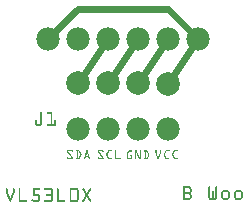
<source format=gtl>
G04 MADE WITH FRITZING*
G04 WWW.FRITZING.ORG*
G04 DOUBLE SIDED*
G04 HOLES PLATED*
G04 CONTOUR ON CENTER OF CONTOUR VECTOR*
%ASAXBY*%
%FSLAX23Y23*%
%MOIN*%
%OFA0B0*%
%SFA1.0B1.0*%
%ADD10C,0.078000*%
%ADD11C,0.078740*%
%ADD12C,0.024000*%
%ADD13R,0.001000X0.001000*%
%LNCOPPER1*%
G90*
G70*
G54D10*
X301Y297D03*
X401Y297D03*
X501Y297D03*
X601Y297D03*
G54D11*
X601Y447D03*
X501Y448D03*
X401Y448D03*
X301Y448D03*
G54D10*
X201Y597D03*
X301Y597D03*
X401Y597D03*
X501Y597D03*
X601Y597D03*
X701Y597D03*
X201Y597D03*
X301Y597D03*
X401Y597D03*
X501Y597D03*
X601Y597D03*
X701Y597D03*
G54D12*
X223Y618D02*
X302Y697D01*
D02*
X302Y697D02*
X601Y697D01*
D02*
X601Y697D02*
X680Y618D01*
D02*
X685Y572D02*
X619Y473D01*
D02*
X585Y572D02*
X519Y473D01*
D02*
X485Y572D02*
X419Y473D01*
D02*
X385Y572D02*
X319Y473D01*
G54D13*
X178Y352D02*
X180Y352D01*
X200Y352D02*
X215Y352D01*
X177Y351D02*
X181Y351D01*
X199Y351D02*
X216Y351D01*
X177Y350D02*
X182Y350D01*
X199Y350D02*
X216Y350D01*
X177Y349D02*
X182Y349D01*
X199Y349D02*
X216Y349D01*
X177Y348D02*
X182Y348D01*
X199Y348D02*
X216Y348D01*
X177Y347D02*
X182Y347D01*
X200Y347D02*
X216Y347D01*
X177Y346D02*
X182Y346D01*
X211Y346D02*
X216Y346D01*
X177Y345D02*
X182Y345D01*
X211Y345D02*
X216Y345D01*
X177Y344D02*
X182Y344D01*
X211Y344D02*
X216Y344D01*
X177Y343D02*
X182Y343D01*
X211Y343D02*
X216Y343D01*
X177Y342D02*
X182Y342D01*
X211Y342D02*
X216Y342D01*
X177Y341D02*
X182Y341D01*
X211Y341D02*
X216Y341D01*
X177Y340D02*
X182Y340D01*
X211Y340D02*
X216Y340D01*
X177Y339D02*
X182Y339D01*
X211Y339D02*
X216Y339D01*
X177Y338D02*
X182Y338D01*
X211Y338D02*
X216Y338D01*
X177Y337D02*
X182Y337D01*
X211Y337D02*
X216Y337D01*
X177Y336D02*
X182Y336D01*
X211Y336D02*
X216Y336D01*
X177Y335D02*
X182Y335D01*
X211Y335D02*
X216Y335D01*
X177Y334D02*
X182Y334D01*
X211Y334D02*
X216Y334D01*
X177Y333D02*
X182Y333D01*
X211Y333D02*
X216Y333D01*
X177Y332D02*
X182Y332D01*
X211Y332D02*
X216Y332D01*
X177Y331D02*
X182Y331D01*
X211Y331D02*
X216Y331D01*
X177Y330D02*
X182Y330D01*
X211Y330D02*
X216Y330D01*
X177Y329D02*
X182Y329D01*
X211Y329D02*
X216Y329D01*
X177Y328D02*
X182Y328D01*
X211Y328D02*
X216Y328D01*
X161Y327D02*
X163Y327D01*
X177Y327D02*
X182Y327D01*
X211Y327D02*
X216Y327D01*
X224Y327D02*
X226Y327D01*
X160Y326D02*
X164Y326D01*
X177Y326D02*
X182Y326D01*
X211Y326D02*
X216Y326D01*
X223Y326D02*
X227Y326D01*
X159Y325D02*
X164Y325D01*
X177Y325D02*
X182Y325D01*
X211Y325D02*
X216Y325D01*
X222Y325D02*
X227Y325D01*
X159Y324D02*
X164Y324D01*
X177Y324D02*
X182Y324D01*
X211Y324D02*
X216Y324D01*
X222Y324D02*
X227Y324D01*
X159Y323D02*
X164Y323D01*
X177Y323D02*
X182Y323D01*
X211Y323D02*
X216Y323D01*
X222Y323D02*
X227Y323D01*
X159Y322D02*
X164Y322D01*
X177Y322D02*
X182Y322D01*
X211Y322D02*
X216Y322D01*
X222Y322D02*
X227Y322D01*
X159Y321D02*
X164Y321D01*
X177Y321D02*
X182Y321D01*
X211Y321D02*
X216Y321D01*
X222Y321D02*
X227Y321D01*
X159Y320D02*
X164Y320D01*
X177Y320D02*
X182Y320D01*
X211Y320D02*
X216Y320D01*
X222Y320D02*
X227Y320D01*
X159Y319D02*
X164Y319D01*
X177Y319D02*
X182Y319D01*
X211Y319D02*
X216Y319D01*
X222Y319D02*
X227Y319D01*
X159Y318D02*
X164Y318D01*
X177Y318D02*
X182Y318D01*
X211Y318D02*
X216Y318D01*
X222Y318D02*
X227Y318D01*
X159Y317D02*
X164Y317D01*
X177Y317D02*
X182Y317D01*
X211Y317D02*
X216Y317D01*
X222Y317D02*
X227Y317D01*
X159Y316D02*
X164Y316D01*
X177Y316D02*
X182Y316D01*
X211Y316D02*
X216Y316D01*
X222Y316D02*
X227Y316D01*
X159Y315D02*
X164Y315D01*
X177Y315D02*
X182Y315D01*
X211Y315D02*
X216Y315D01*
X222Y315D02*
X227Y315D01*
X159Y314D02*
X165Y314D01*
X176Y314D02*
X182Y314D01*
X211Y314D02*
X216Y314D01*
X222Y314D02*
X227Y314D01*
X160Y313D02*
X165Y313D01*
X176Y313D02*
X181Y313D01*
X211Y313D02*
X216Y313D01*
X222Y313D02*
X227Y313D01*
X160Y312D02*
X181Y312D01*
X201Y312D02*
X227Y312D01*
X160Y311D02*
X181Y311D01*
X199Y311D02*
X227Y311D01*
X161Y310D02*
X180Y310D01*
X199Y310D02*
X227Y310D01*
X162Y309D02*
X179Y309D01*
X199Y309D02*
X227Y309D01*
X163Y308D02*
X178Y308D01*
X199Y308D02*
X227Y308D01*
X165Y307D02*
X176Y307D01*
X200Y307D02*
X226Y307D01*
X268Y225D02*
X281Y225D01*
X295Y225D02*
X305Y225D01*
X331Y225D02*
X333Y225D01*
X371Y225D02*
X384Y225D01*
X404Y225D02*
X414Y225D01*
X426Y225D02*
X427Y225D01*
X560Y225D02*
X562Y225D01*
X576Y225D02*
X578Y225D01*
X595Y225D02*
X606Y225D01*
X624Y225D02*
X634Y225D01*
X267Y224D02*
X283Y224D01*
X294Y224D02*
X306Y224D01*
X330Y224D02*
X333Y224D01*
X369Y224D02*
X385Y224D01*
X403Y224D02*
X415Y224D01*
X425Y224D02*
X428Y224D01*
X472Y224D02*
X482Y224D01*
X492Y224D02*
X497Y224D01*
X508Y224D02*
X510Y224D01*
X521Y224D02*
X532Y224D01*
X560Y224D02*
X563Y224D01*
X575Y224D02*
X578Y224D01*
X594Y224D02*
X607Y224D01*
X622Y224D02*
X635Y224D01*
X266Y223D02*
X284Y223D01*
X294Y223D02*
X307Y223D01*
X330Y223D02*
X333Y223D01*
X369Y223D02*
X386Y223D01*
X402Y223D02*
X415Y223D01*
X425Y223D02*
X428Y223D01*
X471Y223D02*
X482Y223D01*
X492Y223D02*
X497Y223D01*
X508Y223D02*
X510Y223D01*
X520Y223D02*
X533Y223D01*
X560Y223D02*
X563Y223D01*
X575Y223D02*
X578Y223D01*
X593Y223D02*
X606Y223D01*
X622Y223D02*
X635Y223D01*
X266Y222D02*
X284Y222D01*
X295Y222D02*
X308Y222D01*
X330Y222D02*
X334Y222D01*
X368Y222D02*
X386Y222D01*
X401Y222D02*
X414Y222D01*
X425Y222D02*
X428Y222D01*
X470Y222D02*
X482Y222D01*
X492Y222D02*
X497Y222D01*
X508Y222D02*
X511Y222D01*
X521Y222D02*
X534Y222D01*
X560Y222D02*
X563Y222D01*
X575Y222D02*
X578Y222D01*
X593Y222D02*
X605Y222D01*
X621Y222D02*
X634Y222D01*
X266Y221D02*
X269Y221D01*
X281Y221D02*
X284Y221D01*
X298Y221D02*
X301Y221D01*
X305Y221D02*
X308Y221D01*
X329Y221D02*
X334Y221D01*
X368Y221D02*
X371Y221D01*
X383Y221D02*
X387Y221D01*
X401Y221D02*
X405Y221D01*
X425Y221D02*
X428Y221D01*
X469Y221D02*
X480Y221D01*
X492Y221D02*
X498Y221D01*
X508Y221D02*
X511Y221D01*
X522Y221D02*
X534Y221D01*
X560Y221D02*
X563Y221D01*
X575Y221D02*
X578Y221D01*
X592Y221D02*
X596Y221D01*
X620Y221D02*
X624Y221D01*
X266Y220D02*
X270Y220D01*
X281Y220D02*
X284Y220D01*
X298Y220D02*
X301Y220D01*
X305Y220D02*
X309Y220D01*
X329Y220D02*
X334Y220D01*
X368Y220D02*
X372Y220D01*
X384Y220D02*
X387Y220D01*
X400Y220D02*
X404Y220D01*
X425Y220D02*
X428Y220D01*
X469Y220D02*
X473Y220D01*
X492Y220D02*
X498Y220D01*
X508Y220D02*
X511Y220D01*
X524Y220D02*
X527Y220D01*
X531Y220D02*
X535Y220D01*
X560Y220D02*
X563Y220D01*
X575Y220D02*
X578Y220D01*
X592Y220D02*
X595Y220D01*
X620Y220D02*
X623Y220D01*
X266Y219D02*
X270Y219D01*
X282Y219D02*
X284Y219D01*
X298Y219D02*
X301Y219D01*
X306Y219D02*
X309Y219D01*
X329Y219D02*
X335Y219D01*
X369Y219D02*
X373Y219D01*
X384Y219D02*
X386Y219D01*
X400Y219D02*
X403Y219D01*
X425Y219D02*
X428Y219D01*
X468Y219D02*
X472Y219D01*
X492Y219D02*
X499Y219D01*
X508Y219D02*
X511Y219D01*
X524Y219D02*
X527Y219D01*
X532Y219D02*
X535Y219D01*
X560Y219D02*
X563Y219D01*
X575Y219D02*
X578Y219D01*
X591Y219D02*
X595Y219D01*
X619Y219D02*
X623Y219D01*
X267Y218D02*
X271Y218D01*
X298Y218D02*
X301Y218D01*
X306Y218D02*
X310Y218D01*
X328Y218D02*
X335Y218D01*
X369Y218D02*
X373Y218D01*
X399Y218D02*
X403Y218D01*
X425Y218D02*
X428Y218D01*
X467Y218D02*
X471Y218D01*
X492Y218D02*
X499Y218D01*
X508Y218D02*
X511Y218D01*
X524Y218D02*
X527Y218D01*
X532Y218D02*
X536Y218D01*
X560Y218D02*
X563Y218D01*
X575Y218D02*
X578Y218D01*
X591Y218D02*
X594Y218D01*
X619Y218D02*
X622Y218D01*
X268Y217D02*
X272Y217D01*
X298Y217D02*
X301Y217D01*
X307Y217D02*
X310Y217D01*
X328Y217D02*
X335Y217D01*
X370Y217D02*
X374Y217D01*
X399Y217D02*
X402Y217D01*
X425Y217D02*
X428Y217D01*
X466Y217D02*
X470Y217D01*
X492Y217D02*
X500Y217D01*
X508Y217D02*
X511Y217D01*
X524Y217D02*
X527Y217D01*
X533Y217D02*
X536Y217D01*
X560Y217D02*
X563Y217D01*
X575Y217D02*
X578Y217D01*
X590Y217D02*
X594Y217D01*
X618Y217D02*
X622Y217D01*
X269Y216D02*
X273Y216D01*
X298Y216D02*
X301Y216D01*
X307Y216D02*
X311Y216D01*
X328Y216D02*
X335Y216D01*
X371Y216D02*
X375Y216D01*
X398Y216D02*
X402Y216D01*
X425Y216D02*
X428Y216D01*
X465Y216D02*
X469Y216D01*
X492Y216D02*
X495Y216D01*
X497Y216D02*
X500Y216D01*
X508Y216D02*
X511Y216D01*
X524Y216D02*
X527Y216D01*
X533Y216D02*
X537Y216D01*
X560Y216D02*
X563Y216D01*
X575Y216D02*
X578Y216D01*
X590Y216D02*
X593Y216D01*
X618Y216D02*
X621Y216D01*
X269Y215D02*
X273Y215D01*
X298Y215D02*
X301Y215D01*
X308Y215D02*
X311Y215D01*
X328Y215D02*
X331Y215D01*
X333Y215D02*
X336Y215D01*
X372Y215D02*
X376Y215D01*
X398Y215D02*
X401Y215D01*
X425Y215D02*
X428Y215D01*
X465Y215D02*
X469Y215D01*
X492Y215D02*
X495Y215D01*
X497Y215D02*
X501Y215D01*
X508Y215D02*
X511Y215D01*
X524Y215D02*
X527Y215D01*
X534Y215D02*
X537Y215D01*
X560Y215D02*
X564Y215D01*
X574Y215D02*
X578Y215D01*
X589Y215D02*
X593Y215D01*
X617Y215D02*
X621Y215D01*
X270Y214D02*
X274Y214D01*
X298Y214D02*
X301Y214D01*
X308Y214D02*
X312Y214D01*
X327Y214D02*
X330Y214D01*
X333Y214D02*
X336Y214D01*
X372Y214D02*
X377Y214D01*
X397Y214D02*
X401Y214D01*
X425Y214D02*
X428Y214D01*
X464Y214D02*
X468Y214D01*
X492Y214D02*
X495Y214D01*
X498Y214D02*
X501Y214D01*
X508Y214D02*
X511Y214D01*
X524Y214D02*
X527Y214D01*
X534Y214D02*
X538Y214D01*
X561Y214D02*
X564Y214D01*
X574Y214D02*
X577Y214D01*
X589Y214D02*
X592Y214D01*
X617Y214D02*
X620Y214D01*
X271Y213D02*
X275Y213D01*
X298Y213D02*
X301Y213D01*
X309Y213D02*
X312Y213D01*
X327Y213D02*
X330Y213D01*
X333Y213D02*
X336Y213D01*
X373Y213D02*
X377Y213D01*
X397Y213D02*
X400Y213D01*
X425Y213D02*
X428Y213D01*
X464Y213D02*
X467Y213D01*
X492Y213D02*
X495Y213D01*
X498Y213D02*
X501Y213D01*
X508Y213D02*
X511Y213D01*
X524Y213D02*
X527Y213D01*
X535Y213D02*
X538Y213D01*
X561Y213D02*
X564Y213D01*
X574Y213D02*
X577Y213D01*
X588Y213D02*
X592Y213D01*
X617Y213D02*
X620Y213D01*
X272Y212D02*
X276Y212D01*
X298Y212D02*
X301Y212D01*
X309Y212D02*
X312Y212D01*
X327Y212D02*
X330Y212D01*
X334Y212D02*
X337Y212D01*
X374Y212D02*
X378Y212D01*
X397Y212D02*
X400Y212D01*
X425Y212D02*
X428Y212D01*
X464Y212D02*
X467Y212D01*
X492Y212D02*
X495Y212D01*
X498Y212D02*
X502Y212D01*
X508Y212D02*
X511Y212D01*
X524Y212D02*
X527Y212D01*
X535Y212D02*
X538Y212D01*
X561Y212D02*
X565Y212D01*
X573Y212D02*
X576Y212D01*
X588Y212D02*
X591Y212D01*
X616Y212D02*
X620Y212D01*
X272Y211D02*
X277Y211D01*
X298Y211D02*
X301Y211D01*
X310Y211D02*
X313Y211D01*
X326Y211D02*
X330Y211D01*
X334Y211D02*
X337Y211D01*
X375Y211D02*
X379Y211D01*
X397Y211D02*
X400Y211D01*
X425Y211D02*
X428Y211D01*
X464Y211D02*
X467Y211D01*
X492Y211D02*
X495Y211D01*
X499Y211D02*
X502Y211D01*
X508Y211D02*
X511Y211D01*
X524Y211D02*
X527Y211D01*
X536Y211D02*
X539Y211D01*
X562Y211D02*
X565Y211D01*
X573Y211D02*
X576Y211D01*
X588Y211D02*
X591Y211D01*
X616Y211D02*
X619Y211D01*
X273Y210D02*
X277Y210D01*
X298Y210D02*
X301Y210D01*
X310Y210D02*
X313Y210D01*
X326Y210D02*
X329Y210D01*
X334Y210D02*
X337Y210D01*
X376Y210D02*
X380Y210D01*
X397Y210D02*
X400Y210D01*
X425Y210D02*
X428Y210D01*
X464Y210D02*
X467Y210D01*
X492Y210D02*
X495Y210D01*
X499Y210D02*
X503Y210D01*
X508Y210D02*
X511Y210D01*
X524Y210D02*
X527Y210D01*
X536Y210D02*
X539Y210D01*
X562Y210D02*
X566Y210D01*
X572Y210D02*
X576Y210D01*
X588Y210D02*
X591Y210D01*
X616Y210D02*
X619Y210D01*
X274Y209D02*
X278Y209D01*
X298Y209D02*
X301Y209D01*
X309Y209D02*
X313Y209D01*
X326Y209D02*
X329Y209D01*
X334Y209D02*
X338Y209D01*
X376Y209D02*
X380Y209D01*
X397Y209D02*
X400Y209D01*
X425Y209D02*
X428Y209D01*
X464Y209D02*
X467Y209D01*
X492Y209D02*
X495Y209D01*
X500Y209D02*
X503Y209D01*
X508Y209D02*
X511Y209D01*
X524Y209D02*
X527Y209D01*
X536Y209D02*
X539Y209D01*
X563Y209D02*
X566Y209D01*
X572Y209D02*
X575Y209D01*
X588Y209D02*
X591Y209D01*
X616Y209D02*
X620Y209D01*
X275Y208D02*
X279Y208D01*
X298Y208D02*
X301Y208D01*
X309Y208D02*
X312Y208D01*
X325Y208D02*
X329Y208D01*
X335Y208D02*
X338Y208D01*
X377Y208D02*
X381Y208D01*
X397Y208D02*
X400Y208D01*
X425Y208D02*
X428Y208D01*
X464Y208D02*
X467Y208D01*
X474Y208D02*
X482Y208D01*
X492Y208D02*
X495Y208D01*
X500Y208D02*
X504Y208D01*
X508Y208D02*
X511Y208D01*
X524Y208D02*
X527Y208D01*
X535Y208D02*
X539Y208D01*
X563Y208D02*
X566Y208D01*
X572Y208D02*
X575Y208D01*
X588Y208D02*
X592Y208D01*
X617Y208D02*
X620Y208D01*
X276Y207D02*
X280Y207D01*
X298Y207D02*
X301Y207D01*
X309Y207D02*
X312Y207D01*
X325Y207D02*
X328Y207D01*
X335Y207D02*
X338Y207D01*
X378Y207D02*
X382Y207D01*
X397Y207D02*
X401Y207D01*
X425Y207D02*
X428Y207D01*
X464Y207D02*
X467Y207D01*
X474Y207D02*
X482Y207D01*
X492Y207D02*
X495Y207D01*
X501Y207D02*
X504Y207D01*
X508Y207D02*
X511Y207D01*
X524Y207D02*
X527Y207D01*
X535Y207D02*
X538Y207D01*
X563Y207D02*
X567Y207D01*
X571Y207D02*
X574Y207D01*
X589Y207D02*
X592Y207D01*
X617Y207D02*
X620Y207D01*
X276Y206D02*
X280Y206D01*
X298Y206D02*
X301Y206D01*
X308Y206D02*
X312Y206D01*
X325Y206D02*
X328Y206D01*
X335Y206D02*
X338Y206D01*
X379Y206D02*
X383Y206D01*
X398Y206D02*
X401Y206D01*
X425Y206D02*
X428Y206D01*
X464Y206D02*
X467Y206D01*
X473Y206D02*
X482Y206D01*
X492Y206D02*
X495Y206D01*
X501Y206D02*
X504Y206D01*
X508Y206D02*
X511Y206D01*
X524Y206D02*
X527Y206D01*
X535Y206D02*
X538Y206D01*
X564Y206D02*
X567Y206D01*
X571Y206D02*
X574Y206D01*
X589Y206D02*
X593Y206D01*
X617Y206D02*
X621Y206D01*
X277Y205D02*
X281Y205D01*
X298Y205D02*
X301Y205D01*
X308Y205D02*
X311Y205D01*
X325Y205D02*
X339Y205D01*
X379Y205D02*
X384Y205D01*
X398Y205D02*
X402Y205D01*
X425Y205D02*
X428Y205D01*
X464Y205D02*
X467Y205D01*
X474Y205D02*
X482Y205D01*
X492Y205D02*
X495Y205D01*
X502Y205D02*
X505Y205D01*
X508Y205D02*
X511Y205D01*
X524Y205D02*
X527Y205D01*
X534Y205D02*
X538Y205D01*
X564Y205D02*
X568Y205D01*
X570Y205D02*
X574Y205D01*
X590Y205D02*
X593Y205D01*
X618Y205D02*
X621Y205D01*
X278Y204D02*
X282Y204D01*
X298Y204D02*
X301Y204D01*
X307Y204D02*
X311Y204D01*
X324Y204D02*
X339Y204D01*
X380Y204D02*
X384Y204D01*
X399Y204D02*
X402Y204D01*
X425Y204D02*
X428Y204D01*
X464Y204D02*
X467Y204D01*
X479Y204D02*
X482Y204D01*
X492Y204D02*
X495Y204D01*
X502Y204D02*
X505Y204D01*
X508Y204D02*
X511Y204D01*
X524Y204D02*
X527Y204D01*
X534Y204D02*
X537Y204D01*
X565Y204D02*
X568Y204D01*
X570Y204D02*
X573Y204D01*
X590Y204D02*
X594Y204D01*
X618Y204D02*
X622Y204D01*
X279Y203D02*
X283Y203D01*
X298Y203D02*
X301Y203D01*
X307Y203D02*
X310Y203D01*
X324Y203D02*
X339Y203D01*
X381Y203D02*
X385Y203D01*
X399Y203D02*
X403Y203D01*
X425Y203D02*
X428Y203D01*
X464Y203D02*
X467Y203D01*
X479Y203D02*
X482Y203D01*
X492Y203D02*
X495Y203D01*
X502Y203D02*
X506Y203D01*
X508Y203D02*
X511Y203D01*
X524Y203D02*
X527Y203D01*
X533Y203D02*
X537Y203D01*
X565Y203D02*
X573Y203D01*
X591Y203D02*
X594Y203D01*
X619Y203D02*
X622Y203D01*
X267Y202D02*
X268Y202D01*
X279Y202D02*
X283Y202D01*
X298Y202D02*
X301Y202D01*
X306Y202D02*
X310Y202D01*
X324Y202D02*
X340Y202D01*
X369Y202D02*
X370Y202D01*
X382Y202D02*
X386Y202D01*
X400Y202D02*
X403Y202D01*
X425Y202D02*
X428Y202D01*
X464Y202D02*
X467Y202D01*
X479Y202D02*
X482Y202D01*
X492Y202D02*
X495Y202D01*
X503Y202D02*
X511Y202D01*
X524Y202D02*
X527Y202D01*
X533Y202D02*
X536Y202D01*
X565Y202D02*
X573Y202D01*
X591Y202D02*
X595Y202D01*
X619Y202D02*
X623Y202D01*
X266Y201D02*
X269Y201D01*
X280Y201D02*
X284Y201D01*
X298Y201D02*
X301Y201D01*
X306Y201D02*
X309Y201D01*
X323Y201D02*
X327Y201D01*
X337Y201D02*
X340Y201D01*
X368Y201D02*
X371Y201D01*
X383Y201D02*
X386Y201D01*
X400Y201D02*
X404Y201D01*
X425Y201D02*
X428Y201D01*
X464Y201D02*
X467Y201D01*
X479Y201D02*
X482Y201D01*
X492Y201D02*
X495Y201D01*
X503Y201D02*
X511Y201D01*
X524Y201D02*
X527Y201D01*
X532Y201D02*
X536Y201D01*
X566Y201D02*
X572Y201D01*
X592Y201D02*
X595Y201D01*
X620Y201D02*
X623Y201D01*
X266Y200D02*
X269Y200D01*
X281Y200D02*
X284Y200D01*
X298Y200D02*
X301Y200D01*
X305Y200D02*
X309Y200D01*
X323Y200D02*
X326Y200D01*
X337Y200D02*
X340Y200D01*
X368Y200D02*
X371Y200D01*
X383Y200D02*
X387Y200D01*
X401Y200D02*
X404Y200D01*
X425Y200D02*
X428Y200D01*
X464Y200D02*
X467Y200D01*
X479Y200D02*
X482Y200D01*
X492Y200D02*
X495Y200D01*
X504Y200D02*
X511Y200D01*
X524Y200D02*
X527Y200D01*
X532Y200D02*
X535Y200D01*
X566Y200D02*
X572Y200D01*
X592Y200D02*
X596Y200D01*
X620Y200D02*
X624Y200D01*
X266Y199D02*
X270Y199D01*
X281Y199D02*
X284Y199D01*
X298Y199D02*
X301Y199D01*
X303Y199D02*
X308Y199D01*
X323Y199D02*
X326Y199D01*
X337Y199D02*
X340Y199D01*
X368Y199D02*
X372Y199D01*
X383Y199D02*
X387Y199D01*
X401Y199D02*
X405Y199D01*
X425Y199D02*
X428Y199D01*
X464Y199D02*
X467Y199D01*
X479Y199D02*
X482Y199D01*
X492Y199D02*
X495Y199D01*
X504Y199D02*
X511Y199D01*
X524Y199D02*
X527Y199D01*
X531Y199D02*
X535Y199D01*
X567Y199D02*
X571Y199D01*
X593Y199D02*
X605Y199D01*
X621Y199D02*
X633Y199D01*
X266Y198D02*
X284Y198D01*
X294Y198D02*
X308Y198D01*
X323Y198D02*
X326Y198D01*
X338Y198D02*
X341Y198D01*
X369Y198D02*
X387Y198D01*
X402Y198D02*
X415Y198D01*
X425Y198D02*
X443Y198D01*
X464Y198D02*
X482Y198D01*
X492Y198D02*
X495Y198D01*
X505Y198D02*
X511Y198D01*
X521Y198D02*
X534Y198D01*
X567Y198D02*
X571Y198D01*
X593Y198D02*
X606Y198D01*
X622Y198D02*
X635Y198D01*
X267Y197D02*
X283Y197D01*
X294Y197D02*
X307Y197D01*
X322Y197D02*
X325Y197D01*
X338Y197D02*
X341Y197D01*
X369Y197D02*
X386Y197D01*
X402Y197D02*
X415Y197D01*
X425Y197D02*
X443Y197D01*
X465Y197D02*
X481Y197D01*
X492Y197D02*
X495Y197D01*
X505Y197D02*
X511Y197D01*
X520Y197D02*
X534Y197D01*
X567Y197D02*
X571Y197D01*
X594Y197D02*
X607Y197D01*
X622Y197D02*
X635Y197D01*
X268Y196D02*
X283Y196D01*
X294Y196D02*
X306Y196D01*
X323Y196D02*
X325Y196D01*
X338Y196D02*
X341Y196D01*
X370Y196D02*
X385Y196D01*
X403Y196D02*
X415Y196D01*
X425Y196D02*
X443Y196D01*
X465Y196D02*
X480Y196D01*
X492Y196D02*
X495Y196D01*
X505Y196D02*
X511Y196D01*
X520Y196D02*
X533Y196D01*
X568Y196D02*
X570Y196D01*
X595Y196D02*
X606Y196D01*
X624Y196D02*
X635Y196D01*
X271Y195D02*
X280Y195D01*
X296Y195D02*
X302Y195D01*
X373Y195D02*
X383Y195D01*
X406Y195D02*
X414Y195D01*
X425Y195D02*
X442Y195D01*
X467Y195D02*
X479Y195D01*
X492Y195D02*
X494Y195D01*
X506Y195D02*
X511Y195D01*
X521Y195D02*
X531Y195D01*
X652Y105D02*
X669Y105D01*
X652Y104D02*
X673Y104D01*
X738Y104D02*
X741Y104D01*
X761Y104D02*
X764Y104D01*
X652Y103D02*
X675Y103D01*
X737Y103D02*
X742Y103D01*
X760Y103D02*
X765Y103D01*
X652Y102D02*
X676Y102D01*
X737Y102D02*
X742Y102D01*
X760Y102D02*
X765Y102D01*
X652Y101D02*
X677Y101D01*
X737Y101D02*
X742Y101D01*
X760Y101D02*
X765Y101D01*
X652Y100D02*
X678Y100D01*
X737Y100D02*
X742Y100D01*
X760Y100D02*
X765Y100D01*
X652Y99D02*
X657Y99D01*
X670Y99D02*
X679Y99D01*
X737Y99D02*
X742Y99D01*
X760Y99D02*
X765Y99D01*
X63Y98D02*
X66Y98D01*
X86Y98D02*
X89Y98D01*
X105Y98D02*
X108Y98D01*
X153Y98D02*
X174Y98D01*
X190Y98D02*
X215Y98D01*
X233Y98D02*
X236Y98D01*
X277Y98D02*
X300Y98D01*
X318Y98D02*
X321Y98D01*
X341Y98D02*
X344Y98D01*
X652Y98D02*
X657Y98D01*
X673Y98D02*
X679Y98D01*
X737Y98D02*
X742Y98D01*
X760Y98D02*
X765Y98D01*
X62Y97D02*
X66Y97D01*
X85Y97D02*
X90Y97D01*
X104Y97D02*
X109Y97D01*
X153Y97D02*
X175Y97D01*
X189Y97D02*
X216Y97D01*
X232Y97D02*
X236Y97D01*
X276Y97D02*
X301Y97D01*
X317Y97D02*
X321Y97D01*
X340Y97D02*
X345Y97D01*
X652Y97D02*
X657Y97D01*
X674Y97D02*
X680Y97D01*
X737Y97D02*
X742Y97D01*
X760Y97D02*
X765Y97D01*
X62Y96D02*
X67Y96D01*
X85Y96D02*
X90Y96D01*
X104Y96D02*
X109Y96D01*
X153Y96D02*
X175Y96D01*
X189Y96D02*
X217Y96D01*
X232Y96D02*
X237Y96D01*
X275Y96D02*
X302Y96D01*
X317Y96D02*
X322Y96D01*
X340Y96D02*
X345Y96D01*
X652Y96D02*
X657Y96D01*
X674Y96D02*
X680Y96D01*
X737Y96D02*
X742Y96D01*
X760Y96D02*
X765Y96D01*
X62Y95D02*
X67Y95D01*
X85Y95D02*
X90Y95D01*
X104Y95D02*
X109Y95D01*
X153Y95D02*
X175Y95D01*
X189Y95D02*
X217Y95D01*
X232Y95D02*
X237Y95D01*
X275Y95D02*
X302Y95D01*
X317Y95D02*
X323Y95D01*
X339Y95D02*
X345Y95D01*
X652Y95D02*
X657Y95D01*
X675Y95D02*
X680Y95D01*
X737Y95D02*
X742Y95D01*
X760Y95D02*
X765Y95D01*
X62Y94D02*
X67Y94D01*
X85Y94D02*
X90Y94D01*
X104Y94D02*
X109Y94D01*
X153Y94D02*
X174Y94D01*
X190Y94D02*
X217Y94D01*
X232Y94D02*
X237Y94D01*
X274Y94D02*
X302Y94D01*
X317Y94D02*
X323Y94D01*
X338Y94D02*
X344Y94D01*
X652Y94D02*
X657Y94D01*
X675Y94D02*
X680Y94D01*
X737Y94D02*
X742Y94D01*
X760Y94D02*
X765Y94D01*
X62Y93D02*
X67Y93D01*
X85Y93D02*
X90Y93D01*
X104Y93D02*
X109Y93D01*
X153Y93D02*
X172Y93D01*
X192Y93D02*
X218Y93D01*
X232Y93D02*
X237Y93D01*
X274Y93D02*
X303Y93D01*
X318Y93D02*
X324Y93D01*
X338Y93D02*
X344Y93D01*
X652Y93D02*
X657Y93D01*
X675Y93D02*
X680Y93D01*
X737Y93D02*
X742Y93D01*
X760Y93D02*
X765Y93D01*
X62Y92D02*
X67Y92D01*
X85Y92D02*
X90Y92D01*
X104Y92D02*
X109Y92D01*
X153Y92D02*
X157Y92D01*
X213Y92D02*
X218Y92D01*
X232Y92D02*
X237Y92D01*
X274Y92D02*
X279Y92D01*
X298Y92D02*
X303Y92D01*
X318Y92D02*
X324Y92D01*
X337Y92D02*
X343Y92D01*
X652Y92D02*
X657Y92D01*
X675Y92D02*
X680Y92D01*
X737Y92D02*
X742Y92D01*
X760Y92D02*
X765Y92D01*
X787Y92D02*
X800Y92D01*
X830Y92D02*
X842Y92D01*
X62Y91D02*
X67Y91D01*
X85Y91D02*
X90Y91D01*
X104Y91D02*
X109Y91D01*
X153Y91D02*
X157Y91D01*
X213Y91D02*
X218Y91D01*
X232Y91D02*
X237Y91D01*
X274Y91D02*
X279Y91D01*
X298Y91D02*
X303Y91D01*
X319Y91D02*
X325Y91D01*
X337Y91D02*
X343Y91D01*
X652Y91D02*
X657Y91D01*
X675Y91D02*
X680Y91D01*
X737Y91D02*
X742Y91D01*
X760Y91D02*
X765Y91D01*
X785Y91D02*
X802Y91D01*
X828Y91D02*
X844Y91D01*
X62Y90D02*
X67Y90D01*
X85Y90D02*
X90Y90D01*
X104Y90D02*
X109Y90D01*
X153Y90D02*
X157Y90D01*
X213Y90D02*
X218Y90D01*
X232Y90D02*
X237Y90D01*
X274Y90D02*
X279Y90D01*
X298Y90D02*
X303Y90D01*
X320Y90D02*
X326Y90D01*
X336Y90D02*
X342Y90D01*
X652Y90D02*
X657Y90D01*
X675Y90D02*
X680Y90D01*
X737Y90D02*
X742Y90D01*
X760Y90D02*
X765Y90D01*
X784Y90D02*
X803Y90D01*
X827Y90D02*
X845Y90D01*
X62Y89D02*
X67Y89D01*
X85Y89D02*
X90Y89D01*
X104Y89D02*
X109Y89D01*
X153Y89D02*
X157Y89D01*
X213Y89D02*
X218Y89D01*
X232Y89D02*
X237Y89D01*
X274Y89D02*
X279Y89D01*
X298Y89D02*
X303Y89D01*
X320Y89D02*
X326Y89D01*
X335Y89D02*
X341Y89D01*
X652Y89D02*
X657Y89D01*
X675Y89D02*
X680Y89D01*
X737Y89D02*
X742Y89D01*
X749Y89D02*
X753Y89D01*
X760Y89D02*
X765Y89D01*
X783Y89D02*
X804Y89D01*
X825Y89D02*
X847Y89D01*
X62Y88D02*
X67Y88D01*
X85Y88D02*
X90Y88D01*
X104Y88D02*
X109Y88D01*
X153Y88D02*
X157Y88D01*
X213Y88D02*
X218Y88D01*
X232Y88D02*
X237Y88D01*
X274Y88D02*
X279Y88D01*
X298Y88D02*
X303Y88D01*
X321Y88D02*
X327Y88D01*
X335Y88D02*
X341Y88D01*
X652Y88D02*
X657Y88D01*
X674Y88D02*
X680Y88D01*
X737Y88D02*
X742Y88D01*
X749Y88D02*
X753Y88D01*
X760Y88D02*
X765Y88D01*
X782Y88D02*
X805Y88D01*
X824Y88D02*
X848Y88D01*
X62Y87D02*
X67Y87D01*
X85Y87D02*
X90Y87D01*
X104Y87D02*
X109Y87D01*
X153Y87D02*
X157Y87D01*
X213Y87D02*
X218Y87D01*
X232Y87D02*
X237Y87D01*
X274Y87D02*
X279Y87D01*
X298Y87D02*
X303Y87D01*
X321Y87D02*
X327Y87D01*
X334Y87D02*
X340Y87D01*
X652Y87D02*
X657Y87D01*
X674Y87D02*
X680Y87D01*
X737Y87D02*
X742Y87D01*
X749Y87D02*
X753Y87D01*
X760Y87D02*
X765Y87D01*
X781Y87D02*
X806Y87D01*
X824Y87D02*
X849Y87D01*
X62Y86D02*
X67Y86D01*
X85Y86D02*
X90Y86D01*
X104Y86D02*
X109Y86D01*
X153Y86D02*
X157Y86D01*
X213Y86D02*
X218Y86D01*
X232Y86D02*
X237Y86D01*
X274Y86D02*
X279Y86D01*
X298Y86D02*
X303Y86D01*
X322Y86D02*
X328Y86D01*
X334Y86D02*
X340Y86D01*
X652Y86D02*
X657Y86D01*
X672Y86D02*
X679Y86D01*
X737Y86D02*
X742Y86D01*
X749Y86D02*
X754Y86D01*
X760Y86D02*
X765Y86D01*
X781Y86D02*
X788Y86D01*
X800Y86D02*
X807Y86D01*
X823Y86D02*
X830Y86D01*
X842Y86D02*
X849Y86D01*
X62Y85D02*
X67Y85D01*
X85Y85D02*
X90Y85D01*
X104Y85D02*
X109Y85D01*
X153Y85D02*
X157Y85D01*
X213Y85D02*
X218Y85D01*
X232Y85D02*
X237Y85D01*
X274Y85D02*
X279Y85D01*
X298Y85D02*
X303Y85D01*
X323Y85D02*
X329Y85D01*
X333Y85D02*
X339Y85D01*
X652Y85D02*
X679Y85D01*
X737Y85D02*
X742Y85D01*
X749Y85D02*
X754Y85D01*
X760Y85D02*
X765Y85D01*
X780Y85D02*
X786Y85D01*
X801Y85D02*
X807Y85D01*
X823Y85D02*
X829Y85D01*
X843Y85D02*
X850Y85D01*
X62Y84D02*
X68Y84D01*
X84Y84D02*
X90Y84D01*
X104Y84D02*
X109Y84D01*
X153Y84D02*
X157Y84D01*
X213Y84D02*
X218Y84D01*
X232Y84D02*
X237Y84D01*
X274Y84D02*
X279Y84D01*
X298Y84D02*
X303Y84D01*
X323Y84D02*
X329Y84D01*
X333Y84D02*
X338Y84D01*
X652Y84D02*
X678Y84D01*
X737Y84D02*
X742Y84D01*
X749Y84D02*
X754Y84D01*
X760Y84D02*
X765Y84D01*
X780Y84D02*
X785Y84D01*
X802Y84D02*
X807Y84D01*
X822Y84D02*
X828Y84D01*
X844Y84D02*
X850Y84D01*
X63Y83D02*
X68Y83D01*
X84Y83D02*
X89Y83D01*
X104Y83D02*
X109Y83D01*
X153Y83D02*
X157Y83D01*
X213Y83D02*
X218Y83D01*
X232Y83D02*
X237Y83D01*
X274Y83D02*
X279Y83D01*
X298Y83D02*
X303Y83D01*
X324Y83D02*
X330Y83D01*
X332Y83D02*
X338Y83D01*
X652Y83D02*
X677Y83D01*
X737Y83D02*
X742Y83D01*
X749Y83D02*
X754Y83D01*
X760Y83D02*
X765Y83D01*
X779Y83D02*
X785Y83D01*
X802Y83D02*
X808Y83D01*
X822Y83D02*
X827Y83D01*
X845Y83D02*
X850Y83D01*
X63Y82D02*
X68Y82D01*
X83Y82D02*
X89Y82D01*
X104Y82D02*
X109Y82D01*
X153Y82D02*
X157Y82D01*
X213Y82D02*
X218Y82D01*
X232Y82D02*
X237Y82D01*
X274Y82D02*
X279Y82D01*
X298Y82D02*
X303Y82D01*
X324Y82D02*
X337Y82D01*
X652Y82D02*
X676Y82D01*
X737Y82D02*
X742Y82D01*
X749Y82D02*
X754Y82D01*
X760Y82D02*
X765Y82D01*
X779Y82D02*
X784Y82D01*
X803Y82D02*
X808Y82D01*
X822Y82D02*
X827Y82D01*
X845Y82D02*
X850Y82D01*
X63Y81D02*
X69Y81D01*
X83Y81D02*
X88Y81D01*
X104Y81D02*
X109Y81D01*
X153Y81D02*
X157Y81D01*
X212Y81D02*
X217Y81D01*
X232Y81D02*
X237Y81D01*
X274Y81D02*
X279Y81D01*
X298Y81D02*
X303Y81D01*
X325Y81D02*
X337Y81D01*
X652Y81D02*
X677Y81D01*
X737Y81D02*
X742Y81D01*
X749Y81D02*
X754Y81D01*
X760Y81D02*
X765Y81D01*
X779Y81D02*
X784Y81D01*
X803Y81D02*
X808Y81D01*
X822Y81D02*
X827Y81D01*
X845Y81D02*
X850Y81D01*
X64Y80D02*
X69Y80D01*
X83Y80D02*
X88Y80D01*
X104Y80D02*
X109Y80D01*
X153Y80D02*
X157Y80D01*
X212Y80D02*
X217Y80D01*
X232Y80D02*
X237Y80D01*
X274Y80D02*
X279Y80D01*
X298Y80D02*
X303Y80D01*
X325Y80D02*
X336Y80D01*
X652Y80D02*
X678Y80D01*
X737Y80D02*
X742Y80D01*
X749Y80D02*
X754Y80D01*
X760Y80D02*
X765Y80D01*
X779Y80D02*
X784Y80D01*
X803Y80D02*
X808Y80D01*
X822Y80D02*
X827Y80D01*
X845Y80D02*
X850Y80D01*
X64Y79D02*
X70Y79D01*
X82Y79D02*
X88Y79D01*
X104Y79D02*
X109Y79D01*
X153Y79D02*
X158Y79D01*
X210Y79D02*
X217Y79D01*
X232Y79D02*
X237Y79D01*
X274Y79D02*
X279Y79D01*
X298Y79D02*
X303Y79D01*
X326Y79D02*
X336Y79D01*
X652Y79D02*
X657Y79D01*
X670Y79D02*
X679Y79D01*
X737Y79D02*
X742Y79D01*
X749Y79D02*
X754Y79D01*
X760Y79D02*
X765Y79D01*
X779Y79D02*
X784Y79D01*
X803Y79D02*
X808Y79D01*
X822Y79D02*
X827Y79D01*
X845Y79D02*
X850Y79D01*
X65Y78D02*
X70Y78D01*
X82Y78D02*
X87Y78D01*
X104Y78D02*
X109Y78D01*
X153Y78D02*
X172Y78D01*
X196Y78D02*
X217Y78D01*
X232Y78D02*
X237Y78D01*
X274Y78D02*
X279Y78D01*
X298Y78D02*
X303Y78D01*
X327Y78D02*
X335Y78D01*
X652Y78D02*
X657Y78D01*
X673Y78D02*
X679Y78D01*
X737Y78D02*
X742Y78D01*
X749Y78D02*
X754Y78D01*
X760Y78D02*
X765Y78D01*
X779Y78D02*
X784Y78D01*
X803Y78D02*
X808Y78D01*
X822Y78D02*
X827Y78D01*
X845Y78D02*
X850Y78D01*
X65Y77D02*
X70Y77D01*
X81Y77D02*
X87Y77D01*
X104Y77D02*
X109Y77D01*
X153Y77D02*
X173Y77D01*
X195Y77D02*
X216Y77D01*
X232Y77D02*
X237Y77D01*
X274Y77D02*
X279Y77D01*
X298Y77D02*
X303Y77D01*
X327Y77D02*
X334Y77D01*
X652Y77D02*
X657Y77D01*
X674Y77D02*
X680Y77D01*
X737Y77D02*
X742Y77D01*
X749Y77D02*
X754Y77D01*
X760Y77D02*
X765Y77D01*
X779Y77D02*
X784Y77D01*
X803Y77D02*
X808Y77D01*
X822Y77D02*
X827Y77D01*
X845Y77D02*
X850Y77D01*
X65Y76D02*
X71Y76D01*
X81Y76D02*
X86Y76D01*
X104Y76D02*
X109Y76D01*
X153Y76D02*
X174Y76D01*
X195Y76D02*
X215Y76D01*
X232Y76D02*
X237Y76D01*
X274Y76D02*
X279Y76D01*
X298Y76D02*
X303Y76D01*
X328Y76D02*
X334Y76D01*
X652Y76D02*
X657Y76D01*
X674Y76D02*
X680Y76D01*
X737Y76D02*
X742Y76D01*
X749Y76D02*
X754Y76D01*
X760Y76D02*
X765Y76D01*
X779Y76D02*
X784Y76D01*
X803Y76D02*
X808Y76D01*
X822Y76D02*
X827Y76D01*
X845Y76D02*
X850Y76D01*
X66Y75D02*
X71Y75D01*
X81Y75D02*
X86Y75D01*
X104Y75D02*
X109Y75D01*
X153Y75D02*
X175Y75D01*
X195Y75D02*
X216Y75D01*
X232Y75D02*
X237Y75D01*
X274Y75D02*
X279Y75D01*
X298Y75D02*
X303Y75D01*
X327Y75D02*
X334Y75D01*
X652Y75D02*
X657Y75D01*
X675Y75D02*
X680Y75D01*
X737Y75D02*
X742Y75D01*
X749Y75D02*
X754Y75D01*
X760Y75D02*
X765Y75D01*
X779Y75D02*
X784Y75D01*
X803Y75D02*
X808Y75D01*
X822Y75D02*
X827Y75D01*
X845Y75D02*
X850Y75D01*
X66Y74D02*
X72Y74D01*
X80Y74D02*
X86Y74D01*
X104Y74D02*
X109Y74D01*
X153Y74D02*
X175Y74D01*
X196Y74D02*
X217Y74D01*
X232Y74D02*
X237Y74D01*
X274Y74D02*
X279Y74D01*
X298Y74D02*
X303Y74D01*
X327Y74D02*
X335Y74D01*
X652Y74D02*
X657Y74D01*
X675Y74D02*
X680Y74D01*
X737Y74D02*
X742Y74D01*
X749Y74D02*
X754Y74D01*
X760Y74D02*
X765Y74D01*
X779Y74D02*
X784Y74D01*
X803Y74D02*
X808Y74D01*
X822Y74D02*
X827Y74D01*
X845Y74D02*
X850Y74D01*
X66Y73D02*
X72Y73D01*
X80Y73D02*
X85Y73D01*
X104Y73D02*
X109Y73D01*
X153Y73D02*
X175Y73D01*
X198Y73D02*
X217Y73D01*
X232Y73D02*
X237Y73D01*
X274Y73D02*
X279Y73D01*
X298Y73D02*
X303Y73D01*
X326Y73D02*
X335Y73D01*
X652Y73D02*
X657Y73D01*
X675Y73D02*
X680Y73D01*
X737Y73D02*
X742Y73D01*
X749Y73D02*
X754Y73D01*
X760Y73D02*
X765Y73D01*
X779Y73D02*
X784Y73D01*
X803Y73D02*
X808Y73D01*
X822Y73D02*
X827Y73D01*
X845Y73D02*
X850Y73D01*
X67Y72D02*
X72Y72D01*
X79Y72D02*
X85Y72D01*
X104Y72D02*
X109Y72D01*
X170Y72D02*
X175Y72D01*
X212Y72D02*
X217Y72D01*
X232Y72D02*
X237Y72D01*
X274Y72D02*
X279Y72D01*
X298Y72D02*
X303Y72D01*
X326Y72D02*
X336Y72D01*
X652Y72D02*
X657Y72D01*
X675Y72D02*
X680Y72D01*
X737Y72D02*
X742Y72D01*
X749Y72D02*
X754Y72D01*
X760Y72D02*
X765Y72D01*
X779Y72D02*
X784Y72D01*
X803Y72D02*
X808Y72D01*
X822Y72D02*
X827Y72D01*
X845Y72D02*
X850Y72D01*
X67Y71D02*
X73Y71D01*
X79Y71D02*
X84Y71D01*
X104Y71D02*
X109Y71D01*
X170Y71D02*
X175Y71D01*
X212Y71D02*
X217Y71D01*
X232Y71D02*
X237Y71D01*
X274Y71D02*
X279Y71D01*
X298Y71D02*
X303Y71D01*
X325Y71D02*
X337Y71D01*
X652Y71D02*
X657Y71D01*
X675Y71D02*
X680Y71D01*
X737Y71D02*
X742Y71D01*
X749Y71D02*
X754Y71D01*
X760Y71D02*
X765Y71D01*
X779Y71D02*
X784Y71D01*
X803Y71D02*
X808Y71D01*
X822Y71D02*
X827Y71D01*
X845Y71D02*
X850Y71D01*
X68Y70D02*
X73Y70D01*
X79Y70D02*
X84Y70D01*
X104Y70D02*
X109Y70D01*
X170Y70D02*
X175Y70D01*
X213Y70D02*
X218Y70D01*
X232Y70D02*
X237Y70D01*
X274Y70D02*
X279Y70D01*
X298Y70D02*
X303Y70D01*
X324Y70D02*
X337Y70D01*
X652Y70D02*
X657Y70D01*
X675Y70D02*
X680Y70D01*
X737Y70D02*
X742Y70D01*
X749Y70D02*
X754Y70D01*
X760Y70D02*
X765Y70D01*
X779Y70D02*
X784Y70D01*
X803Y70D02*
X808Y70D01*
X822Y70D02*
X827Y70D01*
X845Y70D02*
X850Y70D01*
X68Y69D02*
X74Y69D01*
X78Y69D02*
X84Y69D01*
X104Y69D02*
X109Y69D01*
X170Y69D02*
X175Y69D01*
X213Y69D02*
X218Y69D01*
X232Y69D02*
X237Y69D01*
X274Y69D02*
X279Y69D01*
X298Y69D02*
X303Y69D01*
X324Y69D02*
X330Y69D01*
X332Y69D02*
X338Y69D01*
X652Y69D02*
X657Y69D01*
X675Y69D02*
X680Y69D01*
X737Y69D02*
X742Y69D01*
X749Y69D02*
X754Y69D01*
X760Y69D02*
X765Y69D01*
X779Y69D02*
X784Y69D01*
X803Y69D02*
X808Y69D01*
X822Y69D02*
X827Y69D01*
X845Y69D02*
X850Y69D01*
X68Y68D02*
X74Y68D01*
X78Y68D02*
X83Y68D01*
X104Y68D02*
X109Y68D01*
X170Y68D02*
X175Y68D01*
X213Y68D02*
X218Y68D01*
X232Y68D02*
X237Y68D01*
X274Y68D02*
X279Y68D01*
X298Y68D02*
X303Y68D01*
X323Y68D02*
X329Y68D01*
X332Y68D02*
X338Y68D01*
X652Y68D02*
X657Y68D01*
X674Y68D02*
X680Y68D01*
X737Y68D02*
X742Y68D01*
X748Y68D02*
X754Y68D01*
X760Y68D02*
X765Y68D01*
X780Y68D02*
X785Y68D01*
X802Y68D02*
X808Y68D01*
X822Y68D02*
X827Y68D01*
X845Y68D02*
X850Y68D01*
X69Y67D02*
X74Y67D01*
X78Y67D02*
X83Y67D01*
X104Y67D02*
X109Y67D01*
X170Y67D02*
X175Y67D01*
X213Y67D02*
X218Y67D01*
X232Y67D02*
X237Y67D01*
X274Y67D02*
X279Y67D01*
X298Y67D02*
X303Y67D01*
X323Y67D02*
X329Y67D01*
X333Y67D02*
X339Y67D01*
X652Y67D02*
X657Y67D01*
X674Y67D02*
X680Y67D01*
X737Y67D02*
X742Y67D01*
X748Y67D02*
X754Y67D01*
X760Y67D02*
X765Y67D01*
X780Y67D02*
X786Y67D01*
X801Y67D02*
X807Y67D01*
X822Y67D02*
X828Y67D01*
X844Y67D02*
X850Y67D01*
X69Y66D02*
X75Y66D01*
X77Y66D02*
X83Y66D01*
X104Y66D02*
X109Y66D01*
X170Y66D02*
X175Y66D01*
X213Y66D02*
X218Y66D01*
X232Y66D02*
X237Y66D01*
X274Y66D02*
X279Y66D01*
X298Y66D02*
X303Y66D01*
X322Y66D02*
X328Y66D01*
X334Y66D02*
X340Y66D01*
X652Y66D02*
X657Y66D01*
X672Y66D02*
X679Y66D01*
X737Y66D02*
X743Y66D01*
X747Y66D02*
X755Y66D01*
X759Y66D02*
X765Y66D01*
X780Y66D02*
X787Y66D01*
X800Y66D02*
X807Y66D01*
X823Y66D02*
X830Y66D01*
X842Y66D02*
X849Y66D01*
X70Y65D02*
X75Y65D01*
X77Y65D02*
X82Y65D01*
X104Y65D02*
X109Y65D01*
X170Y65D02*
X175Y65D01*
X213Y65D02*
X218Y65D01*
X232Y65D02*
X237Y65D01*
X274Y65D02*
X279Y65D01*
X298Y65D02*
X303Y65D01*
X321Y65D02*
X327Y65D01*
X334Y65D02*
X340Y65D01*
X652Y65D02*
X657Y65D01*
X669Y65D02*
X679Y65D01*
X738Y65D02*
X744Y65D01*
X747Y65D02*
X756Y65D01*
X758Y65D02*
X765Y65D01*
X781Y65D02*
X789Y65D01*
X798Y65D02*
X806Y65D01*
X823Y65D02*
X832Y65D01*
X840Y65D02*
X849Y65D01*
X70Y64D02*
X82Y64D01*
X104Y64D02*
X109Y64D01*
X170Y64D02*
X175Y64D01*
X213Y64D02*
X218Y64D01*
X232Y64D02*
X237Y64D01*
X274Y64D02*
X279Y64D01*
X298Y64D02*
X303Y64D01*
X321Y64D02*
X327Y64D01*
X335Y64D02*
X341Y64D01*
X652Y64D02*
X678Y64D01*
X738Y64D02*
X764Y64D01*
X781Y64D02*
X806Y64D01*
X824Y64D02*
X848Y64D01*
X70Y63D02*
X81Y63D01*
X104Y63D02*
X109Y63D01*
X170Y63D02*
X175Y63D01*
X213Y63D02*
X218Y63D01*
X232Y63D02*
X237Y63D01*
X274Y63D02*
X279Y63D01*
X298Y63D02*
X303Y63D01*
X320Y63D02*
X326Y63D01*
X335Y63D02*
X341Y63D01*
X652Y63D02*
X677Y63D01*
X739Y63D02*
X763Y63D01*
X782Y63D02*
X805Y63D01*
X825Y63D02*
X847Y63D01*
X71Y62D02*
X81Y62D01*
X104Y62D02*
X109Y62D01*
X170Y62D02*
X175Y62D01*
X213Y62D02*
X218Y62D01*
X232Y62D02*
X237Y62D01*
X274Y62D02*
X279Y62D01*
X298Y62D02*
X303Y62D01*
X320Y62D02*
X326Y62D01*
X336Y62D02*
X342Y62D01*
X652Y62D02*
X676Y62D01*
X739Y62D02*
X763Y62D01*
X784Y62D02*
X803Y62D01*
X826Y62D02*
X846Y62D01*
X71Y61D02*
X81Y61D01*
X104Y61D02*
X109Y61D01*
X148Y61D02*
X150Y61D01*
X170Y61D02*
X175Y61D01*
X213Y61D02*
X218Y61D01*
X232Y61D02*
X237Y61D01*
X274Y61D02*
X279Y61D01*
X298Y61D02*
X303Y61D01*
X319Y61D02*
X325Y61D01*
X337Y61D02*
X343Y61D01*
X652Y61D02*
X675Y61D01*
X740Y61D02*
X762Y61D01*
X785Y61D02*
X802Y61D01*
X827Y61D02*
X845Y61D01*
X72Y60D02*
X80Y60D01*
X104Y60D02*
X109Y60D01*
X147Y60D02*
X152Y60D01*
X170Y60D02*
X175Y60D01*
X213Y60D02*
X218Y60D01*
X232Y60D02*
X237Y60D01*
X274Y60D02*
X279Y60D01*
X298Y60D02*
X303Y60D01*
X319Y60D02*
X324Y60D01*
X337Y60D02*
X343Y60D01*
X652Y60D02*
X673Y60D01*
X741Y60D02*
X750Y60D01*
X752Y60D02*
X761Y60D01*
X786Y60D02*
X801Y60D01*
X829Y60D02*
X843Y60D01*
X72Y59D02*
X80Y59D01*
X104Y59D02*
X109Y59D01*
X147Y59D02*
X155Y59D01*
X170Y59D02*
X175Y59D01*
X212Y59D02*
X218Y59D01*
X232Y59D02*
X237Y59D01*
X274Y59D02*
X279Y59D01*
X297Y59D02*
X303Y59D01*
X318Y59D02*
X324Y59D01*
X338Y59D02*
X344Y59D01*
X72Y58D02*
X79Y58D01*
X104Y58D02*
X132Y58D01*
X147Y58D02*
X175Y58D01*
X190Y58D02*
X217Y58D01*
X232Y58D02*
X259Y58D01*
X274Y58D02*
X302Y58D01*
X317Y58D02*
X323Y58D01*
X338Y58D02*
X344Y58D01*
X73Y57D02*
X79Y57D01*
X104Y57D02*
X132Y57D01*
X147Y57D02*
X175Y57D01*
X189Y57D02*
X217Y57D01*
X232Y57D02*
X260Y57D01*
X274Y57D02*
X302Y57D01*
X317Y57D02*
X323Y57D01*
X339Y57D02*
X345Y57D01*
X73Y56D02*
X79Y56D01*
X104Y56D02*
X133Y56D01*
X148Y56D02*
X174Y56D01*
X189Y56D02*
X217Y56D01*
X232Y56D02*
X260Y56D01*
X275Y56D02*
X302Y56D01*
X317Y56D02*
X322Y56D01*
X339Y56D02*
X345Y56D01*
X74Y55D02*
X78Y55D01*
X104Y55D02*
X132Y55D01*
X150Y55D02*
X173Y55D01*
X189Y55D02*
X216Y55D01*
X232Y55D02*
X260Y55D01*
X276Y55D02*
X301Y55D01*
X317Y55D02*
X322Y55D01*
X340Y55D02*
X345Y55D01*
X74Y54D02*
X78Y54D01*
X104Y54D02*
X132Y54D01*
X152Y54D02*
X172Y54D01*
X190Y54D02*
X215Y54D01*
X232Y54D02*
X259Y54D01*
X277Y54D02*
X300Y54D01*
X317Y54D02*
X321Y54D01*
X341Y54D02*
X344Y54D01*
X76Y53D02*
X76Y53D01*
X105Y53D02*
X130Y53D01*
X156Y53D02*
X170Y53D01*
X192Y53D02*
X212Y53D01*
X232Y53D02*
X258Y53D01*
X279Y53D02*
X297Y53D01*
X319Y53D02*
X319Y53D01*
D02*
G04 End of Copper1*
M02*
</source>
